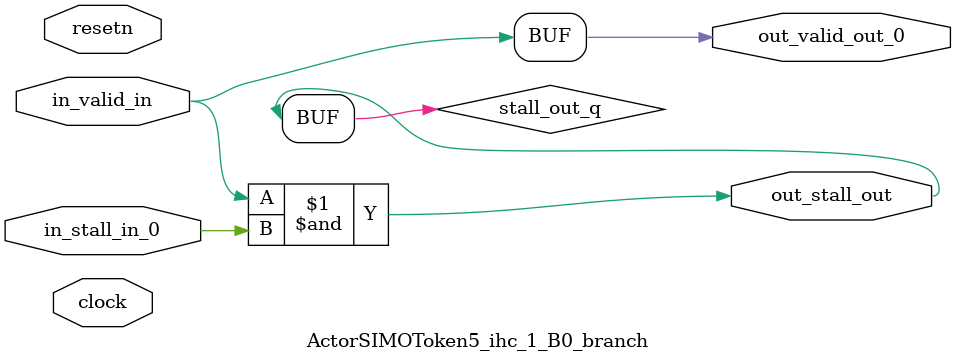
<source format=sv>



(* altera_attribute = "-name AUTO_SHIFT_REGISTER_RECOGNITION OFF; -name MESSAGE_DISABLE 10036; -name MESSAGE_DISABLE 10037; -name MESSAGE_DISABLE 14130; -name MESSAGE_DISABLE 14320; -name MESSAGE_DISABLE 15400; -name MESSAGE_DISABLE 14130; -name MESSAGE_DISABLE 10036; -name MESSAGE_DISABLE 12020; -name MESSAGE_DISABLE 12030; -name MESSAGE_DISABLE 12010; -name MESSAGE_DISABLE 12110; -name MESSAGE_DISABLE 14320; -name MESSAGE_DISABLE 13410; -name MESSAGE_DISABLE 113007; -name MESSAGE_DISABLE 10958" *)
module ActorSIMOToken5_ihc_1_B0_branch (
    input wire [0:0] in_stall_in_0,
    input wire [0:0] in_valid_in,
    output wire [0:0] out_stall_out,
    output wire [0:0] out_valid_out_0,
    input wire clock,
    input wire resetn
    );

    wire [0:0] stall_out_q;


    // stall_out(LOGICAL,6)
    assign stall_out_q = in_valid_in & in_stall_in_0;

    // out_stall_out(GPOUT,4)
    assign out_stall_out = stall_out_q;

    // out_valid_out_0(GPOUT,5)
    assign out_valid_out_0 = in_valid_in;

endmodule

</source>
